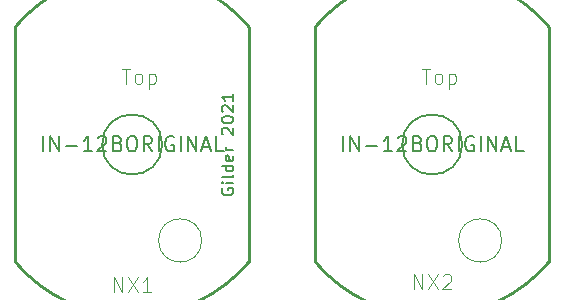
<source format=gbr>
G04 #@! TF.GenerationSoftware,KiCad,Pcbnew,(5.1.0)-1*
G04 #@! TF.CreationDate,2021-08-08T02:28:51-05:00*
G04 #@! TF.ProjectId,nixie_legacy-digit,6e697869-655f-46c6-9567-6163792d6469,rev?*
G04 #@! TF.SameCoordinates,Original*
G04 #@! TF.FileFunction,Legend,Top*
G04 #@! TF.FilePolarity,Positive*
%FSLAX46Y46*%
G04 Gerber Fmt 4.6, Leading zero omitted, Abs format (unit mm)*
G04 Created by KiCad (PCBNEW (5.1.0)-1) date 2021-08-08 02:28:51*
%MOMM*%
%LPD*%
G04 APERTURE LIST*
%ADD10C,0.150000*%
%ADD11C,0.120000*%
%ADD12C,0.254000*%
%ADD13C,0.127000*%
%ADD14C,0.101600*%
G04 APERTURE END LIST*
D10*
X96528000Y-112934285D02*
X96480380Y-113029523D01*
X96480380Y-113172380D01*
X96528000Y-113315238D01*
X96623238Y-113410476D01*
X96718476Y-113458095D01*
X96908952Y-113505714D01*
X97051809Y-113505714D01*
X97242285Y-113458095D01*
X97337523Y-113410476D01*
X97432761Y-113315238D01*
X97480380Y-113172380D01*
X97480380Y-113077142D01*
X97432761Y-112934285D01*
X97385142Y-112886666D01*
X97051809Y-112886666D01*
X97051809Y-113077142D01*
X97480380Y-112458095D02*
X96813714Y-112458095D01*
X96480380Y-112458095D02*
X96528000Y-112505714D01*
X96575619Y-112458095D01*
X96528000Y-112410476D01*
X96480380Y-112458095D01*
X96575619Y-112458095D01*
X97480380Y-111839047D02*
X97432761Y-111934285D01*
X97337523Y-111981904D01*
X96480380Y-111981904D01*
X97480380Y-111029523D02*
X96480380Y-111029523D01*
X97432761Y-111029523D02*
X97480380Y-111124761D01*
X97480380Y-111315238D01*
X97432761Y-111410476D01*
X97385142Y-111458095D01*
X97289904Y-111505714D01*
X97004190Y-111505714D01*
X96908952Y-111458095D01*
X96861333Y-111410476D01*
X96813714Y-111315238D01*
X96813714Y-111124761D01*
X96861333Y-111029523D01*
X97432761Y-110172380D02*
X97480380Y-110267619D01*
X97480380Y-110458095D01*
X97432761Y-110553333D01*
X97337523Y-110600952D01*
X96956571Y-110600952D01*
X96861333Y-110553333D01*
X96813714Y-110458095D01*
X96813714Y-110267619D01*
X96861333Y-110172380D01*
X96956571Y-110124761D01*
X97051809Y-110124761D01*
X97147047Y-110600952D01*
X97480380Y-109696190D02*
X96813714Y-109696190D01*
X97004190Y-109696190D02*
X96908952Y-109648571D01*
X96861333Y-109600952D01*
X96813714Y-109505714D01*
X96813714Y-109410476D01*
X96575619Y-108362857D02*
X96528000Y-108315238D01*
X96480380Y-108220000D01*
X96480380Y-107981904D01*
X96528000Y-107886666D01*
X96575619Y-107839047D01*
X96670857Y-107791428D01*
X96766095Y-107791428D01*
X96908952Y-107839047D01*
X97480380Y-108410476D01*
X97480380Y-107791428D01*
X96480380Y-107172380D02*
X96480380Y-107077142D01*
X96528000Y-106981904D01*
X96575619Y-106934285D01*
X96670857Y-106886666D01*
X96861333Y-106839047D01*
X97099428Y-106839047D01*
X97289904Y-106886666D01*
X97385142Y-106934285D01*
X97432761Y-106981904D01*
X97480380Y-107077142D01*
X97480380Y-107172380D01*
X97432761Y-107267619D01*
X97385142Y-107315238D01*
X97289904Y-107362857D01*
X97099428Y-107410476D01*
X96861333Y-107410476D01*
X96670857Y-107362857D01*
X96575619Y-107315238D01*
X96528000Y-107267619D01*
X96480380Y-107172380D01*
X96575619Y-106458095D02*
X96528000Y-106410476D01*
X96480380Y-106315238D01*
X96480380Y-106077142D01*
X96528000Y-105981904D01*
X96575619Y-105934285D01*
X96670857Y-105886666D01*
X96766095Y-105886666D01*
X96908952Y-105934285D01*
X97480380Y-106505714D01*
X97480380Y-105886666D01*
X97480380Y-104934285D02*
X97480380Y-105505714D01*
X97480380Y-105220000D02*
X96480380Y-105220000D01*
X96623238Y-105315238D01*
X96718476Y-105410476D01*
X96766095Y-105505714D01*
D11*
X94795620Y-117348000D02*
G75*
G03X94795620Y-117348000I-1831620J0D01*
G01*
X120195620Y-117348000D02*
G75*
G03X120195620Y-117348000I-1831620J0D01*
G01*
D12*
X124221240Y-99298760D02*
X124221240Y-119141240D01*
X104378760Y-119141240D02*
X104378760Y-99298760D01*
D13*
X116840000Y-109220000D02*
G75*
G03X116840000Y-109220000I-2540000J0D01*
G01*
D12*
X104377567Y-119139819D02*
G75*
G03X124221240Y-119141240I9922433J8324699D01*
G01*
X124222433Y-99300181D02*
G75*
G03X104378760Y-99298760I-9922433J-8324699D01*
G01*
X98821240Y-99298760D02*
X98821240Y-119141240D01*
X78978760Y-119141240D02*
X78978760Y-99298760D01*
D13*
X91440000Y-109220000D02*
G75*
G03X91440000Y-109220000I-2540000J0D01*
G01*
D12*
X78977567Y-119139819D02*
G75*
G03X98821240Y-119141240I9922433J8324699D01*
G01*
X98822433Y-99300181D02*
G75*
G03X78978760Y-99298760I-9922433J-8324699D01*
G01*
D14*
X112727619Y-121478523D02*
X112727619Y-120208523D01*
X113453333Y-121478523D01*
X113453333Y-120208523D01*
X113937142Y-120208523D02*
X114783809Y-121478523D01*
X114783809Y-120208523D02*
X113937142Y-121478523D01*
X115207142Y-120329476D02*
X115267619Y-120269000D01*
X115388571Y-120208523D01*
X115690952Y-120208523D01*
X115811904Y-120269000D01*
X115872380Y-120329476D01*
X115932857Y-120450428D01*
X115932857Y-120571380D01*
X115872380Y-120752809D01*
X115146666Y-121478523D01*
X115932857Y-121478523D01*
D10*
X106740476Y-109794523D02*
X106740476Y-108524523D01*
X107345238Y-109794523D02*
X107345238Y-108524523D01*
X108070952Y-109794523D01*
X108070952Y-108524523D01*
X108675714Y-109310714D02*
X109643333Y-109310714D01*
X110913333Y-109794523D02*
X110187619Y-109794523D01*
X110550476Y-109794523D02*
X110550476Y-108524523D01*
X110429523Y-108705952D01*
X110308571Y-108826904D01*
X110187619Y-108887380D01*
X111397142Y-108645476D02*
X111457619Y-108585000D01*
X111578571Y-108524523D01*
X111880952Y-108524523D01*
X112001904Y-108585000D01*
X112062380Y-108645476D01*
X112122857Y-108766428D01*
X112122857Y-108887380D01*
X112062380Y-109068809D01*
X111336666Y-109794523D01*
X112122857Y-109794523D01*
X113090476Y-109129285D02*
X113271904Y-109189761D01*
X113332380Y-109250238D01*
X113392857Y-109371190D01*
X113392857Y-109552619D01*
X113332380Y-109673571D01*
X113271904Y-109734047D01*
X113150952Y-109794523D01*
X112667142Y-109794523D01*
X112667142Y-108524523D01*
X113090476Y-108524523D01*
X113211428Y-108585000D01*
X113271904Y-108645476D01*
X113332380Y-108766428D01*
X113332380Y-108887380D01*
X113271904Y-109008333D01*
X113211428Y-109068809D01*
X113090476Y-109129285D01*
X112667142Y-109129285D01*
X114179047Y-108524523D02*
X114420952Y-108524523D01*
X114541904Y-108585000D01*
X114662857Y-108705952D01*
X114723333Y-108947857D01*
X114723333Y-109371190D01*
X114662857Y-109613095D01*
X114541904Y-109734047D01*
X114420952Y-109794523D01*
X114179047Y-109794523D01*
X114058095Y-109734047D01*
X113937142Y-109613095D01*
X113876666Y-109371190D01*
X113876666Y-108947857D01*
X113937142Y-108705952D01*
X114058095Y-108585000D01*
X114179047Y-108524523D01*
X115993333Y-109794523D02*
X115570000Y-109189761D01*
X115267619Y-109794523D02*
X115267619Y-108524523D01*
X115751428Y-108524523D01*
X115872380Y-108585000D01*
X115932857Y-108645476D01*
X115993333Y-108766428D01*
X115993333Y-108947857D01*
X115932857Y-109068809D01*
X115872380Y-109129285D01*
X115751428Y-109189761D01*
X115267619Y-109189761D01*
X116537619Y-109794523D02*
X116537619Y-108524523D01*
X117807619Y-108585000D02*
X117686666Y-108524523D01*
X117505238Y-108524523D01*
X117323809Y-108585000D01*
X117202857Y-108705952D01*
X117142380Y-108826904D01*
X117081904Y-109068809D01*
X117081904Y-109250238D01*
X117142380Y-109492142D01*
X117202857Y-109613095D01*
X117323809Y-109734047D01*
X117505238Y-109794523D01*
X117626190Y-109794523D01*
X117807619Y-109734047D01*
X117868095Y-109673571D01*
X117868095Y-109250238D01*
X117626190Y-109250238D01*
X118412380Y-109794523D02*
X118412380Y-108524523D01*
X119017142Y-109794523D02*
X119017142Y-108524523D01*
X119742857Y-109794523D01*
X119742857Y-108524523D01*
X120287142Y-109431666D02*
X120891904Y-109431666D01*
X120166190Y-109794523D02*
X120589523Y-108524523D01*
X121012857Y-109794523D01*
X122040952Y-109794523D02*
X121436190Y-109794523D01*
X121436190Y-108524523D01*
D14*
X113423095Y-102809523D02*
X114148809Y-102809523D01*
X113785952Y-104079523D02*
X113785952Y-102809523D01*
X114753571Y-104079523D02*
X114632619Y-104019047D01*
X114572142Y-103958571D01*
X114511666Y-103837619D01*
X114511666Y-103474761D01*
X114572142Y-103353809D01*
X114632619Y-103293333D01*
X114753571Y-103232857D01*
X114935000Y-103232857D01*
X115055952Y-103293333D01*
X115116428Y-103353809D01*
X115176904Y-103474761D01*
X115176904Y-103837619D01*
X115116428Y-103958571D01*
X115055952Y-104019047D01*
X114935000Y-104079523D01*
X114753571Y-104079523D01*
X115721190Y-103232857D02*
X115721190Y-104502857D01*
X115721190Y-103293333D02*
X115842142Y-103232857D01*
X116084047Y-103232857D01*
X116205000Y-103293333D01*
X116265476Y-103353809D01*
X116325952Y-103474761D01*
X116325952Y-103837619D01*
X116265476Y-103958571D01*
X116205000Y-104019047D01*
X116084047Y-104079523D01*
X115842142Y-104079523D01*
X115721190Y-104019047D01*
X87327619Y-121732523D02*
X87327619Y-120462523D01*
X88053333Y-121732523D01*
X88053333Y-120462523D01*
X88537142Y-120462523D02*
X89383809Y-121732523D01*
X89383809Y-120462523D02*
X88537142Y-121732523D01*
X90532857Y-121732523D02*
X89807142Y-121732523D01*
X90170000Y-121732523D02*
X90170000Y-120462523D01*
X90049047Y-120643952D01*
X89928095Y-120764904D01*
X89807142Y-120825380D01*
D10*
X81340476Y-109794523D02*
X81340476Y-108524523D01*
X81945238Y-109794523D02*
X81945238Y-108524523D01*
X82670952Y-109794523D01*
X82670952Y-108524523D01*
X83275714Y-109310714D02*
X84243333Y-109310714D01*
X85513333Y-109794523D02*
X84787619Y-109794523D01*
X85150476Y-109794523D02*
X85150476Y-108524523D01*
X85029523Y-108705952D01*
X84908571Y-108826904D01*
X84787619Y-108887380D01*
X85997142Y-108645476D02*
X86057619Y-108585000D01*
X86178571Y-108524523D01*
X86480952Y-108524523D01*
X86601904Y-108585000D01*
X86662380Y-108645476D01*
X86722857Y-108766428D01*
X86722857Y-108887380D01*
X86662380Y-109068809D01*
X85936666Y-109794523D01*
X86722857Y-109794523D01*
X87690476Y-109129285D02*
X87871904Y-109189761D01*
X87932380Y-109250238D01*
X87992857Y-109371190D01*
X87992857Y-109552619D01*
X87932380Y-109673571D01*
X87871904Y-109734047D01*
X87750952Y-109794523D01*
X87267142Y-109794523D01*
X87267142Y-108524523D01*
X87690476Y-108524523D01*
X87811428Y-108585000D01*
X87871904Y-108645476D01*
X87932380Y-108766428D01*
X87932380Y-108887380D01*
X87871904Y-109008333D01*
X87811428Y-109068809D01*
X87690476Y-109129285D01*
X87267142Y-109129285D01*
X88779047Y-108524523D02*
X89020952Y-108524523D01*
X89141904Y-108585000D01*
X89262857Y-108705952D01*
X89323333Y-108947857D01*
X89323333Y-109371190D01*
X89262857Y-109613095D01*
X89141904Y-109734047D01*
X89020952Y-109794523D01*
X88779047Y-109794523D01*
X88658095Y-109734047D01*
X88537142Y-109613095D01*
X88476666Y-109371190D01*
X88476666Y-108947857D01*
X88537142Y-108705952D01*
X88658095Y-108585000D01*
X88779047Y-108524523D01*
X90593333Y-109794523D02*
X90170000Y-109189761D01*
X89867619Y-109794523D02*
X89867619Y-108524523D01*
X90351428Y-108524523D01*
X90472380Y-108585000D01*
X90532857Y-108645476D01*
X90593333Y-108766428D01*
X90593333Y-108947857D01*
X90532857Y-109068809D01*
X90472380Y-109129285D01*
X90351428Y-109189761D01*
X89867619Y-109189761D01*
X91137619Y-109794523D02*
X91137619Y-108524523D01*
X92407619Y-108585000D02*
X92286666Y-108524523D01*
X92105238Y-108524523D01*
X91923809Y-108585000D01*
X91802857Y-108705952D01*
X91742380Y-108826904D01*
X91681904Y-109068809D01*
X91681904Y-109250238D01*
X91742380Y-109492142D01*
X91802857Y-109613095D01*
X91923809Y-109734047D01*
X92105238Y-109794523D01*
X92226190Y-109794523D01*
X92407619Y-109734047D01*
X92468095Y-109673571D01*
X92468095Y-109250238D01*
X92226190Y-109250238D01*
X93012380Y-109794523D02*
X93012380Y-108524523D01*
X93617142Y-109794523D02*
X93617142Y-108524523D01*
X94342857Y-109794523D01*
X94342857Y-108524523D01*
X94887142Y-109431666D02*
X95491904Y-109431666D01*
X94766190Y-109794523D02*
X95189523Y-108524523D01*
X95612857Y-109794523D01*
X96640952Y-109794523D02*
X96036190Y-109794523D01*
X96036190Y-108524523D01*
D14*
X88023095Y-102809523D02*
X88748809Y-102809523D01*
X88385952Y-104079523D02*
X88385952Y-102809523D01*
X89353571Y-104079523D02*
X89232619Y-104019047D01*
X89172142Y-103958571D01*
X89111666Y-103837619D01*
X89111666Y-103474761D01*
X89172142Y-103353809D01*
X89232619Y-103293333D01*
X89353571Y-103232857D01*
X89535000Y-103232857D01*
X89655952Y-103293333D01*
X89716428Y-103353809D01*
X89776904Y-103474761D01*
X89776904Y-103837619D01*
X89716428Y-103958571D01*
X89655952Y-104019047D01*
X89535000Y-104079523D01*
X89353571Y-104079523D01*
X90321190Y-103232857D02*
X90321190Y-104502857D01*
X90321190Y-103293333D02*
X90442142Y-103232857D01*
X90684047Y-103232857D01*
X90805000Y-103293333D01*
X90865476Y-103353809D01*
X90925952Y-103474761D01*
X90925952Y-103837619D01*
X90865476Y-103958571D01*
X90805000Y-104019047D01*
X90684047Y-104079523D01*
X90442142Y-104079523D01*
X90321190Y-104019047D01*
M02*

</source>
